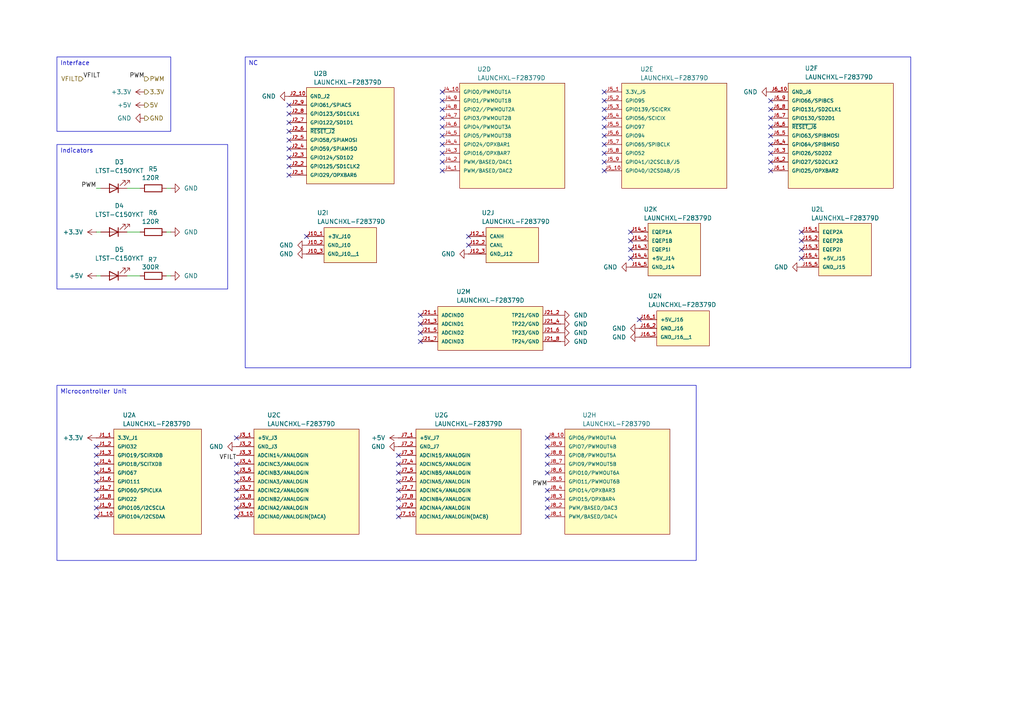
<source format=kicad_sch>
(kicad_sch (version 20231120) (generator "eeschema") (generator_version "8.0")
  (paper "A4")
  (title_block (title "Nuclear Buck Converter") (date "2025-03-02") (rev "v1") (company "University of Windsor") (comment 1 "Sahana Jayatilaka") (comment 2 "Gavin Feher") (comment 3 "Collin O'Brien"))
  (lib_symbols
    (symbol "Device:LED" (pin_numbers hide) (pin_names (offset 1.016) hide)
      (property "Reference" "D" (at 0 2.54 0))
      (property "Value" "LED" (at 0 -2.54 0))
      (symbol "LED_0_1"
        (polyline (pts (xy -1.27 -1.27) (xy -1.27 1.27)) (stroke (width 0.254)))
        (polyline (pts (xy -1.27 0) (xy 1.27 0)))
        (polyline (pts (xy 1.27 -1.27) (xy 1.27 1.27) (xy -1.27 0) (xy 1.27 -1.27)) (stroke (width 0.254)))
        (polyline (pts (xy -3.048 -0.762) (xy -4.572 -2.286) (xy -3.81 -2.286) (xy -4.572 -2.286) (xy -4.572 -1.524)))
        (polyline (pts (xy -1.778 -0.762) (xy -3.302 -2.286) (xy -2.54 -2.286) (xy -3.302 -2.286) (xy -3.302 -1.524)))
      )
      (symbol "LED_1_1"
        (pin passive line (at -3.81 0 0) (length 2.54) (name "K") (number "1"))
        (pin passive line (at 3.81 0 180) (length 2.54) (name "A") (number "2"))
      )
    )
    (symbol "Device:R" (pin_numbers hide) (pin_names (offset 0))
      (property "Reference" "R" (at 2.032 0 90))
      (property "Value" "R" (at 0 0 90))
      (symbol "R_0_1"
        (rectangle (start -1.016 -2.54) (end 1.016 2.54) (stroke (width 0.254)))
      )
      (symbol "R_1_1"
        (pin passive line (at 0 3.81 270) (length 1.27) (name "~") (number "1"))
        (pin passive line (at 0 -3.81 90) (length 1.27) (name "~") (number "2"))
      )
    )
    (symbol "LAUNCHXL-F28379D:LAUNCHXL-F28379D" (pin_names (offset 1.016))
      (property "Reference" "U" (at -12.2428 15.9258 0))
      (property "Value" "LAUNCHXL-F28379D" (at -12.7 -17.272 0))
      (symbol "LAUNCHXL-F28379D_1_0"
        (rectangle (start -12.7 -15.24) (end 12.7 15.24) (stroke (width 0.1524)) (fill (type background)))
        (pin power_in line (at -17.78 12.7 0) (length 5.08) (name "3.3V_J1") (number "J1_1"))
        (pin bidirectional line (at -17.78 -10.16 0) (length 5.08) (name "GPIO104/I2CSDAA") (number "J1_10"))
        (pin bidirectional line (at -17.78 10.16 0) (length 5.08) (name "GPIO32") (number "J1_2"))
        (pin bidirectional line (at -17.78 7.62 0) (length 5.08) (name "GPIO19/SCIRXDB") (number "J1_3"))
        (pin bidirectional line (at -17.78 5.08 0) (length 5.08) (name "GPIO18/SCITXDB") (number "J1_4"))
        (pin bidirectional line (at -17.78 2.54 0) (length 5.08) (name "GPIO67") (number "J1_5"))
        (pin bidirectional line (at -17.78 0 0) (length 5.08) (name "GPIO111") (number "J1_6"))
        (pin bidirectional line (at -17.78 -2.54 0) (length 5.08) (name "GPIO60/SPICLKA") (number "J1_7"))
        (pin bidirectional line (at -17.78 -5.08 0) (length 5.08) (name "GPIO22") (number "J1_8"))
        (pin bidirectional line (at -17.78 -7.62 0) (length 5.08) (name "GPIO105/I2CSCLA") (number "J1_9"))
      )
      (symbol "LAUNCHXL-F28379D_2_0"
        (rectangle (start -12.7 -12.7) (end 12.7 15.24) (stroke (width 0.1524)) (fill (type background)))
        (pin bidirectional line (at -17.78 -10.16 0) (length 5.08) (name "GPIO29/OPXBAR6") (number "J2_1"))
        (pin power_in line (at -17.78 12.7 0) (length 5.08) (name "GND_J2") (number "J2_10"))
        (pin bidirectional line (at -17.78 -7.62 0) (length 5.08) (name "GPIO125/SD1CLK2") (number "J2_2"))
        (pin bidirectional line (at -17.78 -5.08 0) (length 5.08) (name "GPIO124/SD1D2") (number "J2_3"))
        (pin bidirectional line (at -17.78 -2.54 0) (length 5.08) (name "GPIO59/SPIAMISO") (number "J2_4"))
        (pin bidirectional line (at -17.78 0 0) (length 5.08) (name "GPIO58/SPIAMOSI") (number "J2_5"))
        (pin bidirectional line (at -17.78 2.54 0) (length 5.08) (name "~{RESET_J2}") (number "J2_6"))
        (pin bidirectional line (at -17.78 5.08 0) (length 5.08) (name "GPIO122/SD1D1") (number "J2_7"))
        (pin bidirectional line (at -17.78 7.62 0) (length 5.08) (name "GPIO123/SD1CLK1") (number "J2_8"))
        (pin bidirectional line (at -17.78 10.16 0) (length 5.08) (name "GPIO61/SPIACS") (number "J2_9"))
      )
      (symbol "LAUNCHXL-F28379D_3_0"
        (rectangle (start -15.24 -15.24) (end 15.24 15.24) (stroke (width 0.1524)) (fill (type background)))
        (pin power_in line (at -20.32 12.7 0) (length 5.08) (name "+5V_J3") (number "J3_1"))
        (pin bidirectional line (at -20.32 -10.16 0) (length 5.08) (name "ADCINA0/ANALOGIN(DACA)") (number "J3_10"))
        (pin power_in line (at -20.32 10.16 0) (length 5.08) (name "GND_J3") (number "J3_2"))
        (pin bidirectional line (at -20.32 7.62 0) (length 5.08) (name "ADCIN14/ANALOGIN") (number "J3_3"))
        (pin bidirectional line (at -20.32 5.08 0) (length 5.08) (name "ADCINC3/ANALOGIN") (number "J3_4"))
        (pin bidirectional line (at -20.32 2.54 0) (length 5.08) (name "ADCINB3/ANALOGIN") (number "J3_5"))
        (pin bidirectional line (at -20.32 0 0) (length 5.08) (name "ADCINA3/ANALOGIN") (number "J3_6"))
        (pin bidirectional line (at -20.32 -2.54 0) (length 5.08) (name "ADCINC2/ANALOGIN") (number "J3_7"))
        (pin bidirectional line (at -20.32 -5.08 0) (length 5.08) (name "ADCINB2/ANALOGIN") (number "J3_8"))
        (pin bidirectional line (at -20.32 -7.62 0) (length 5.08) (name "ADCINA2/ANALOGIN") (number "J3_9"))
      )
      (symbol "LAUNCHXL-F28379D_4_0"
        (rectangle (start -15.24 -15.24) (end 15.24 15.24) (stroke (width 0.1524)) (fill (type background)))
        (pin bidirectional line (at -20.32 -10.16 0) (length 5.08) (name "PWM/BASED/DAC2") (number "J4_1"))
        (pin bidirectional line (at -20.32 12.7 0) (length 5.08) (name "GPIO0/PWMOUT1A") (number "J4_10"))
        (pin bidirectional line (at -20.32 -7.62 0) (length 5.08) (name "PWM/BASED/DAC1") (number "J4_2"))
        (pin bidirectional line (at -20.32 -5.08 0) (length 5.08) (name "GPIO16/OPXBAR7") (number "J4_3"))
        (pin bidirectional line (at -20.32 -2.54 0) (length 5.08) (name "GPIO24/OPXBAR1") (number "J4_4"))
        (pin bidirectional line (at -20.32 0 0) (length 5.08) (name "GPIO5/PWMOUT3B") (number "J4_5"))
        (pin bidirectional line (at -20.32 2.54 0) (length 5.08) (name "GPIO4/PWMOUT3A") (number "J4_6"))
        (pin bidirectional line (at -20.32 5.08 0) (length 5.08) (name "GPIO3/PWMOUT2B") (number "J4_7"))
        (pin bidirectional line (at -20.32 7.62 0) (length 5.08) (name "GPIO2//PWMOUT2A") (number "J4_8"))
        (pin bidirectional line (at -20.32 10.16 0) (length 5.08) (name "GPIO1/PWMOUT1B") (number "J4_9"))
      )
      (symbol "LAUNCHXL-F28379D_5_0"
        (rectangle (start -15.24 -15.24) (end 15.24 15.24) (stroke (width 0.1524)) (fill (type background)))
        (pin power_in line (at -20.32 12.7 0) (length 5.08) (name "3.3V_J5") (number "J5_1"))
        (pin bidirectional line (at -20.32 -10.16 0) (length 5.08) (name "GPIO40/I2CSDAB/J5") (number "J5_10"))
        (pin bidirectional line (at -20.32 10.16 0) (length 5.08) (name "GPIO95") (number "J5_2"))
        (pin bidirectional line (at -20.32 7.62 0) (length 5.08) (name "GPIO139/SCICRX") (number "J5_3"))
        (pin bidirectional line (at -20.32 5.08 0) (length 5.08) (name "GPIO56/SCICIX") (number "J5_4"))
        (pin bidirectional line (at -20.32 2.54 0) (length 5.08) (name "GPIO97") (number "J5_5"))
        (pin bidirectional line (at -20.32 0 0) (length 5.08) (name "GPIO94") (number "J5_6"))
        (pin bidirectional line (at -20.32 -2.54 0) (length 5.08) (name "GPIO65/SPIBCLK") (number "J5_7"))
        (pin bidirectional line (at -20.32 -5.08 0) (length 5.08) (name "GPIO52") (number "J5_8"))
        (pin bidirectional line (at -20.32 -7.62 0) (length 5.08) (name "GPIO41/I2CSCLB/J5") (number "J5_9"))
      )
      (symbol "LAUNCHXL-F28379D_6_0"
        (rectangle (start -15.24 -15.24) (end 15.24 15.24) (stroke (width 0.1524)) (fill (type background)))
        (pin bidirectional line (at -20.32 -10.16 0) (length 5.08) (name "GPIO25/OPXBAR2") (number "J6_1"))
        (pin power_in line (at -20.32 12.7 0) (length 5.08) (name "GND_J6") (number "J6_10"))
        (pin bidirectional line (at -20.32 -7.62 0) (length 5.08) (name "GPIO27/SD2CLK2") (number "J6_2"))
        (pin bidirectional line (at -20.32 -5.08 0) (length 5.08) (name "GPIO26/SD2D2") (number "J6_3"))
        (pin bidirectional line (at -20.32 -2.54 0) (length 5.08) (name "GPIO64/SPIBMISO") (number "J6_4"))
        (pin bidirectional line (at -20.32 0 0) (length 5.08) (name "GPIO63/SPIBMOSI") (number "J6_5"))
        (pin bidirectional line (at -20.32 2.54 0) (length 5.08) (name "~{RESET_J6}") (number "J6_6"))
        (pin bidirectional line (at -20.32 5.08 0) (length 5.08) (name "GPIO130/SD2D1") (number "J6_7"))
        (pin bidirectional line (at -20.32 7.62 0) (length 5.08) (name "GPIO131/SD2CLK1") (number "J6_8"))
        (pin bidirectional line (at -20.32 10.16 0) (length 5.08) (name "GPIO66/SPIBCS") (number "J6_9"))
      )
      (symbol "LAUNCHXL-F28379D_7_0"
        (rectangle (start -15.24 -15.24) (end 15.24 15.24) (stroke (width 0.1524)) (fill (type background)))
        (pin power_in line (at -20.32 12.7 0) (length 5.08) (name "+5V_J7") (number "J7_1"))
        (pin bidirectional line (at -20.32 -10.16 0) (length 5.08) (name "ADCINA1/ANALOGIN(DACB)") (number "J7_10"))
        (pin power_in line (at -20.32 10.16 0) (length 5.08) (name "GND_J7") (number "J7_2"))
        (pin bidirectional line (at -20.32 7.62 0) (length 5.08) (name "ADCIN15/ANALOGIN") (number "J7_3"))
        (pin bidirectional line (at -20.32 5.08 0) (length 5.08) (name "ADCINC5/ANALOGIN") (number "J7_4"))
        (pin bidirectional line (at -20.32 2.54 0) (length 5.08) (name "ADCINB5/ANALOGIN") (number "J7_5"))
        (pin bidirectional line (at -20.32 0 0) (length 5.08) (name "ADCINA5/ANALOGIN") (number "J7_6"))
        (pin bidirectional line (at -20.32 -2.54 0) (length 5.08) (name "ADCINC4/ANALOGIN") (number "J7_7"))
        (pin bidirectional line (at -20.32 -5.08 0) (length 5.08) (name "ADCINB4/ANALOGIN") (number "J7_8"))
        (pin bidirectional line (at -20.32 -7.62 0) (length 5.08) (name "ADCINA4/ANALOGIN") (number "J7_9"))
      )
      (symbol "LAUNCHXL-F28379D_8_0"
        (rectangle (start -15.24 -15.24) (end 15.24 15.24) (stroke (width 0.1524)) (fill (type background)))
        (pin bidirectional line (at -20.32 -10.16 0) (length 5.08) (name "PWM/BASED/DAC4") (number "J8_1"))
        (pin bidirectional line (at -20.32 12.7 0) (length 5.08) (name "GPIO6/PWMOUT4A") (number "J8_10"))
        (pin bidirectional line (at -20.32 -7.62 0) (length 5.08) (name "PWM/BASED/DAC3") (number "J8_2"))
        (pin bidirectional line (at -20.32 -5.08 0) (length 5.08) (name "GPIO15/OPXBAR4") (number "J8_3"))
        (pin bidirectional line (at -20.32 -2.54 0) (length 5.08) (name "GPIO14/OPXBAR3") (number "J8_4"))
        (pin bidirectional line (at -20.32 0 0) (length 5.08) (name "GPIO11/PWMOUT6B") (number "J8_5"))
        (pin bidirectional line (at -20.32 2.54 0) (length 5.08) (name "GPIO10/PWMOUT6A") (number "J8_6"))
        (pin bidirectional line (at -20.32 5.08 0) (length 5.08) (name "GPIO9/PWMOUT5B") (number "J8_7"))
        (pin bidirectional line (at -20.32 7.62 0) (length 5.08) (name "GPIO8/PWMOUT5A") (number "J8_8"))
        (pin bidirectional line (at -20.32 10.16 0) (length 5.08) (name "GPIO7/PWMOUT4B") (number "J8_9"))
      )
      (symbol "LAUNCHXL-F28379D_9_0"
        (rectangle (start -7.62 -7.62) (end 7.62 2.54) (stroke (width 0.1524)) (fill (type background)))
        (pin power_in line (at -12.7 0 0) (length 5.08) (name "+3V_J10") (number "J10_1"))
        (pin power_in line (at -12.7 -2.54 0) (length 5.08) (name "GND_J10") (number "J10_2"))
        (pin power_in line (at -12.7 -5.08 0) (length 5.08) (name "GND_J10__1") (number "J10_3"))
      )
      (symbol "LAUNCHXL-F28379D_10_0"
        (rectangle (start -7.62 -5.08) (end 7.62 5.08) (stroke (width 0.1524)) (fill (type background)))
        (pin bidirectional line (at -12.7 2.54 0) (length 5.08) (name "CANH") (number "J12_1"))
        (pin bidirectional line (at -12.7 0 0) (length 5.08) (name "CANL") (number "J12_2"))
        (pin power_in line (at -12.7 -2.54 0) (length 5.08) (name "GND_J12") (number "J12_3"))
      )
      (symbol "LAUNCHXL-F28379D_11_0"
        (rectangle (start -7.62 -7.62) (end 7.62 7.62) (stroke (width 0.1524)) (fill (type background)))
        (pin bidirectional line (at -12.7 5.08 0) (length 5.08) (name "EQEP1A") (number "J14_1"))
        (pin bidirectional line (at -12.7 2.54 0) (length 5.08) (name "EQEP1B") (number "J14_2"))
        (pin bidirectional line (at -12.7 0 0) (length 5.08) (name "EQEP1I") (number "J14_3"))
        (pin power_in line (at -12.7 -2.54 0) (length 5.08) (name "+5V_J14") (number "J14_4"))
        (pin power_in line (at -12.7 -5.08 0) (length 5.08) (name "GND_J14") (number "J14_5"))
      )
      (symbol "LAUNCHXL-F28379D_12_0"
        (rectangle (start -7.62 -7.62) (end 7.62 7.62) (stroke (width 0.1524)) (fill (type background)))
        (pin bidirectional line (at -12.7 5.08 0) (length 5.08) (name "EQEP2A") (number "J15_1"))
        (pin bidirectional line (at -12.7 2.54 0) (length 5.08) (name "EQEP2B") (number "J15_2"))
        (pin bidirectional line (at -12.7 0 0) (length 5.08) (name "EQEP2I") (number "J15_3"))
        (pin power_in line (at -12.7 -2.54 0) (length 5.08) (name "+5V_J15") (number "J15_4"))
        (pin power_in line (at -12.7 -5.08 0) (length 5.08) (name "GND_J15") (number "J15_5"))
      )
      (symbol "LAUNCHXL-F28379D_13_0"
        (rectangle (start -15.24 -7.62) (end 15.24 5.08) (stroke (width 0.1524)) (fill (type background)))
        (pin input line (at -20.32 2.54 0) (length 5.08) (name "ADCIND0") (number "J21_1"))
        (pin power_in line (at 20.32 2.54 180) (length 5.08) (name "TP21/GND") (number "J21_2"))
        (pin input line (at -20.32 0 0) (length 5.08) (name "ADCIND1") (number "J21_3"))
        (pin power_in line (at 20.32 0 180) (length 5.08) (name "TP22/GND") (number "J21_4"))
        (pin input line (at -20.32 -2.54 0) (length 5.08) (name "ADCIND2") (number "J21_5"))
        (pin power_in line (at 20.32 -2.54 180) (length 5.08) (name "TP23/GND") (number "J21_6"))
        (pin input line (at -20.32 -5.08 0) (length 5.08) (name "ADCIND3") (number "J21_7"))
        (pin power_in line (at 20.32 -5.08 180) (length 5.08) (name "TP24/GND") (number "J21_8"))
      )
      (symbol "LAUNCHXL-F28379D_14_0"
        (rectangle (start -7.62 -5.08) (end 7.62 5.08) (stroke (width 0.1524)) (fill (type background)))
        (pin power_in line (at -12.7 2.54 0) (length 5.08) (name "+5V_J16") (number "J16_1"))
        (pin power_in line (at -12.7 0 0) (length 5.08) (name "GND_J16") (number "J16_2"))
        (pin power_in line (at -12.7 -2.54 0) (length 5.08) (name "GND_J16__1") (number "J16_3"))
      )
    )
    (symbol "power:+3.3V" (power) (pin_numbers hide) (pin_names (offset 0) hide)
      (property "Value" "+3.3V" (at 0 3.556 0))
      (symbol "+3.3V_0_1"
        (polyline (pts (xy -0.762 1.27) (xy 0 2.54)))
        (polyline (pts (xy 0 0) (xy 0 2.54)))
        (polyline (pts (xy 0 2.54) (xy 0.762 1.27)))
      )
      (symbol "+3.3V_1_1"
        (pin power_in line (at 0 0 90) (length 0) (name "~") (number "1"))
      )
    )
    (symbol "power:+5V" (power) (pin_numbers hide) (pin_names (offset 0) hide)
      (property "Value" "+5V" (at 0 3.556 0))
      (symbol "+5V_0_1"
        (polyline (pts (xy -0.762 1.27) (xy 0 2.54)))
        (polyline (pts (xy 0 0) (xy 0 2.54)))
        (polyline (pts (xy 0 2.54) (xy 0.762 1.27)))
      )
      (symbol "+5V_1_1"
        (pin power_in line (at 0 0 90) (length 0) (name "~") (number "1"))
      )
    )
    (symbol "power:GND" (power) (pin_numbers hide) (pin_names (offset 0) hide)
      (property "Value" "GND" (at 0 -3.81 0))
      (symbol "GND_0_1"
        (polyline (pts (xy 0 0) (xy 0 -1.27) (xy 1.27 -1.27) (xy 0 -2.54) (xy -1.27 -1.27) (xy 0 -1.27)))
      )
      (symbol "GND_1_1"
        (pin power_in line (at 0 0 270) (length 0) (name "~") (number "1"))
      )
    )
  )
  (no_connect (at 115.57 147.32))
  (no_connect (at 115.57 142.24))
  (no_connect (at 128.27 41.91))
  (no_connect (at 128.27 49.53))
  (no_connect (at 83.82 35.56))
  (no_connect (at 182.88 74.93))
  (no_connect (at 182.88 72.39))
  (no_connect (at 68.58 134.62))
  (no_connect (at 83.82 48.26))
  (no_connect (at 158.75 127))
  (no_connect (at 128.27 46.99))
  (no_connect (at 182.88 67.31))
  (no_connect (at 182.88 69.85))
  (no_connect (at 232.41 67.31))
  (no_connect (at 27.94 129.54))
  (no_connect (at 175.26 29.21))
  (no_connect (at 83.82 43.18))
  (no_connect (at 175.26 34.29))
  (no_connect (at 68.58 127))
  (no_connect (at 83.82 40.64))
  (no_connect (at 128.27 34.29))
  (no_connect (at 68.58 149.86))
  (no_connect (at 223.52 49.53))
  (no_connect (at 175.26 26.67))
  (no_connect (at 128.27 31.75))
  (no_connect (at 68.58 147.32))
  (no_connect (at 158.75 137.16))
  (no_connect (at 115.57 139.7))
  (no_connect (at 128.27 26.67))
  (no_connect (at 158.75 149.86))
  (no_connect (at 135.89 71.12))
  (no_connect (at 115.57 144.78))
  (no_connect (at 185.42 92.71))
  (no_connect (at 223.52 39.37))
  (no_connect (at 158.75 129.54))
  (no_connect (at 27.94 132.08))
  (no_connect (at 115.57 137.16))
  (no_connect (at 27.94 142.24))
  (no_connect (at 83.82 30.48))
  (no_connect (at 115.57 134.62))
  (no_connect (at 121.92 96.52))
  (no_connect (at 175.26 44.45))
  (no_connect (at 83.82 50.8))
  (no_connect (at 27.94 144.78))
  (no_connect (at 175.26 41.91))
  (no_connect (at 158.75 144.78))
  (no_connect (at 223.52 44.45))
  (no_connect (at 121.92 99.06))
  (no_connect (at 68.58 144.78))
  (no_connect (at 88.9 68.58))
  (no_connect (at 223.52 29.21))
  (no_connect (at 27.94 137.16))
  (no_connect (at 158.75 147.32))
  (no_connect (at 83.82 33.02))
  (no_connect (at 175.26 39.37))
  (no_connect (at 158.75 134.62))
  (no_connect (at 223.52 34.29))
  (no_connect (at 232.41 72.39))
  (no_connect (at 175.26 31.75))
  (no_connect (at 83.82 38.1))
  (no_connect (at 128.27 39.37))
  (no_connect (at 175.26 36.83))
  (no_connect (at 68.58 137.16))
  (no_connect (at 68.58 139.7))
  (no_connect (at 83.82 45.72))
  (no_connect (at 121.92 93.98))
  (no_connect (at 115.57 149.86))
  (no_connect (at 121.92 91.44))
  (no_connect (at 232.41 69.85))
  (no_connect (at 27.94 147.32))
  (no_connect (at 135.89 68.58))
  (no_connect (at 128.27 29.21))
  (no_connect (at 223.52 41.91))
  (no_connect (at 223.52 46.99))
  (no_connect (at 158.75 132.08))
  (no_connect (at 115.57 132.08))
  (no_connect (at 175.26 46.99))
  (no_connect (at 158.75 142.24))
  (no_connect (at 223.52 31.75))
  (no_connect (at 27.94 139.7))
  (no_connect (at 27.94 134.62))
  (no_connect (at 232.41 74.93))
  (no_connect (at 223.52 36.83))
  (no_connect (at 175.26 49.53))
  (no_connect (at 27.94 149.86))
  (no_connect (at 128.27 44.45))
  (no_connect (at 128.27 36.83))
  (no_connect (at 68.58 142.24))
  (wire (pts (xy 48.26 67.31) (xy 49.53 67.31)))
  (wire (pts (xy 49.53 80.01) (xy 48.26 80.01)))
  (wire (pts (xy 49.53 54.61) (xy 48.26 54.61)))
  (wire (pts (xy 36.83 67.31) (xy 40.64 67.31)))
  (wire (pts (xy 27.94 67.31) (xy 29.21 67.31)))
  (wire (pts (xy 36.83 54.61) (xy 40.64 54.61)))
  (wire (pts (xy 36.83 80.01) (xy 40.64 80.01)))
  (wire (pts (xy 27.94 54.61) (xy 29.21 54.61)))
  (wire (pts (xy 27.94 80.01) (xy 29.21 80.01)))
  (text_box "Indicators" (at 16.51 41.91 0) (size 49.53 41.91) (effects (font (size 1.27 1.27)) (justify left top)))
  (text_box "NC" (at 71.12 16.51 0) (size 193.04 90.17) (effects (font (size 1.27 1.27)) (justify left top)))
  (text_box "Interface\n" (at 16.51 16.51 0) (size 33.02 21.59) (effects (font (size 1.27 1.27)) (justify left top)))
  (text_box "Microcontroller Unit" (at 16.51 111.76 0) (size 185.42 50.8) (effects (font (size 1.27 1.27)) (justify left top)))
  (label "PWM" (at 41.91 22.86 180))
  (label "PWM" (at 158.75 139.7 180))
  (label "PWM" (at 27.94 54.61 180))
  (label "VFILT" (at 24.13 22.86 0))
  (label "VFILT" (at 68.58 132.08 180))
  (hierarchical_label "PWM" (shape output) (at 41.91 22.86 0))
  (hierarchical_label "GND" (shape output) (at 41.91 34.29 0))
  (hierarchical_label "3.3V" (shape output) (at 41.91 26.67 0))
  (hierarchical_label "VFILT" (shape input) (at 24.13 22.86 180))
  (hierarchical_label "5V" (shape output) (at 41.91 30.48 0))
  (symbol (lib_id "power:+5V") (at 115.57 127 90) (unit 1)
    (property "Reference" "#PWR022" (effects (hide yes)))
    (property "Value" "+5V" (at 111.76 126.9999 90) (effects (justify left)))
    (property "Description" "Power symbol creates a global label with name \"+5V\"" (effects (hide yes)))
  )
  (symbol (lib_id "power:GND") (at 49.53 67.31 90) (unit 1)
    (property "Reference" "#PWR046" (effects (hide yes)))
    (property "Value" "GND" (at 53.34 67.3099 90) (effects (justify right)))
    (property "Description" "Power symbol creates a global label with name \"GND\" , ground" (effects (hide yes)))
  )
  (symbol (lib_id "power:GND") (at 49.53 80.01 90) (unit 1)
    (property "Reference" "#PWR045" (effects (hide yes)))
    (property "Value" "GND" (at 53.34 80.0099 90) (effects (justify right)))
    (property "Description" "Power symbol creates a global label with name \"GND\" , ground" (effects (hide yes)))
  )
  (symbol (lib_id "Device:LED") (at 33.02 80.01 180) (unit 1)
    (property "Reference" "D5" (at 34.6075 72.39 0))
    (property "Value" "LTST-C150YKT" (at 34.6075 74.93 0))
    (property "Footprint" "LED_SMD:LED_1206_3216Metric_Pad1.42x1.75mm_HandSolder" (effects (hide yes)))
    (property "Datasheet" "https://mm.digikey.com/Volume0/opasdata/d220001/medias/docus/1000/LTST-C150YKT.pdf" (effects (hide yes)))
    (property "Description" "Yellow LED" (effects (hide yes)))
    (property "Part Number" "LTST-C150YKT" (effects (hide yes)))
  )
  (symbol (lib_id "Device:LED") (at 33.02 54.61 180) (unit 1)
    (property "Reference" "D3" (at 34.6075 46.99 0))
    (property "Value" "LTST-C150YKT" (at 34.6075 49.53 0))
    (property "Footprint" "LED_SMD:LED_1206_3216Metric_Pad1.42x1.75mm_HandSolder" (effects (hide yes)))
    (property "Datasheet" "https://mm.digikey.com/Volume0/opasdata/d220001/medias/docus/1000/LTST-C150YKT.pdf" (effects (hide yes)))
    (property "Description" "Yellow LED" (effects (hide yes)))
    (property "Part Number" "LTST-C150YKT" (effects (hide yes)))
  )
  (symbol (lib_id "Device:R") (at 44.45 80.01 90) (unit 1)
    (property "Reference" "R7" (at 45.593 75.3109 90) (effects (justify left)))
    (property "Value" "300R" (at 46.228 77.47 90) (effects (justify left)))
    (property "Footprint" "Resistor_SMD:R_0805_2012Metric_Pad1.20x1.40mm_HandSolder" (effects (hide yes)))
    (property "Datasheet" "https://www.seielect.com/catalog/sei-rmcf_rmcp.pdf" (effects (hide yes)))
    (property "Description" "Resistor" (effects (hide yes)))
    (property "Part Number" "RMCF0805JT300R" (effects (hide yes)))
  )
  (symbol (lib_id "LAUNCHXL-F28379D:LAUNCHXL-F28379D") (at 101.6 40.64 0) (unit 2)
    (property "Reference" "U2" (at 90.932 21.336 0) (effects (justify left)))
    (property "Value" "LAUNCHXL-F28379D" (at 90.932 23.876 0) (effects (justify left)))
    (property "Footprint" "LAUNCHXL-F28379D:MOD_LAUNCHXL-F28379D" (effects (hide yes)))
    (property "Datasheet" "https://www.ti.com/lit/ug/sprui77c/sprui77c.pdf?ts=1740044994305&ref_url=https%253A%252F%252Fwww.ti.com%252Ftool%252FLAUNCHXL-F28379D" (effects (hide yes)))
    (property "Description" "MCU Board" (effects (hide yes)))
    (property "PARTREV" "2.0" (effects (hide yes)))
    (property "STANDARD" "Manufacturer Recommendations" (effects (hide yes)))
    (property "MANUFACTURER" "Texas Instruments" (effects (hide yes)))
    (property "Part Number" "LAUNCHXL-F28379D" (effects (hide yes)))
  )
  (symbol (lib_id "power:GND") (at 115.57 129.54 270) (unit 1)
    (property "Reference" "#PWR035" (effects (hide yes)))
    (property "Value" "GND" (at 111.76 129.5399 90) (effects (justify right)))
    (property "Description" "Power symbol creates a global label with name \"GND\" , ground" (effects (hide yes)))
  )
  (symbol (lib_id "LAUNCHXL-F28379D:LAUNCHXL-F28379D") (at 142.24 93.98 0) (unit 13)
    (property "Reference" "U2" (at 132.334 84.582 0) (effects (justify left)))
    (property "Value" "LAUNCHXL-F28379D" (at 132.334 87.122 0) (effects (justify left)))
    (property "Footprint" "LAUNCHXL-F28379D:MOD_LAUNCHXL-F28379D" (effects (hide yes)))
    (property "Datasheet" "https://www.ti.com/lit/ug/sprui77c/sprui77c.pdf?ts=1740044994305&ref_url=https%253A%252F%252Fwww.ti.com%252Ftool%252FLAUNCHXL-F28379D" (effects (hide yes)))
    (property "Description" "MCU Board" (effects (hide yes)))
    (property "PARTREV" "2.0" (effects (hide yes)))
    (property "STANDARD" "Manufacturer Recommendations" (effects (hide yes)))
    (property "MANUFACTURER" "Texas Instruments" (effects (hide yes)))
    (property "Part Number" "LAUNCHXL-F28379D" (effects (hide yes)))
  )
  (symbol (lib_id "power:+3.3V") (at 27.94 67.31 90) (unit 1)
    (property "Reference" "#PWR049" (effects (hide yes)))
    (property "Value" "+3.3V" (at 24.13 67.3099 90) (effects (justify left)))
    (property "Description" "Power symbol creates a global label with name \"+3.3V\"" (effects (hide yes)))
  )
  (symbol (lib_id "power:GND") (at 135.89 73.66 270) (unit 1)
    (property "Reference" "#PWR032" (effects (hide yes)))
    (property "Value" "GND" (at 132.08 73.6599 90) (effects (justify right)))
    (property "Description" "Power symbol creates a global label with name \"GND\" , ground" (effects (hide yes)))
  )
  (symbol (lib_id "power:GND") (at 88.9 73.66 270) (unit 1)
    (property "Reference" "#PWR030" (effects (hide yes)))
    (property "Value" "GND" (at 85.09 73.6599 90) (effects (justify right)))
    (property "Description" "Power symbol creates a global label with name \"GND\" , ground" (effects (hide yes)))
  )
  (symbol (lib_id "Device:R") (at 44.45 67.31 90) (unit 1)
    (property "Reference" "R6" (at 45.72 61.722 90) (effects (justify left)))
    (property "Value" "120R" (at 46.228 64.262 90) (effects (justify left)))
    (property "Footprint" "Resistor_SMD:R_0805_2012Metric_Pad1.20x1.40mm_HandSolder" (effects (hide yes)))
    (property "Datasheet" "https://www.seielect.com/catalog/sei-rmcf_rmcp.pdf" (effects (hide yes)))
    (property "Description" "Resistor" (effects (hide yes)))
    (property "Part Number" "RMCF0805FT120R" (effects (hide yes)))
  )
  (symbol (lib_id "LAUNCHXL-F28379D:LAUNCHXL-F28379D") (at 101.6 68.58 0) (unit 9)
    (property "Reference" "U2" (at 91.948 61.722 0) (effects (justify left)))
    (property "Value" "LAUNCHXL-F28379D" (at 91.948 64.262 0) (effects (justify left)))
    (property "Footprint" "LAUNCHXL-F28379D:MOD_LAUNCHXL-F28379D" (effects (hide yes)))
    (property "Datasheet" "https://www.ti.com/lit/ug/sprui77c/sprui77c.pdf?ts=1740044994305&ref_url=https%253A%252F%252Fwww.ti.com%252Ftool%252FLAUNCHXL-F28379D" (effects (hide yes)))
    (property "Description" "MCU Board" (effects (hide yes)))
    (property "PARTREV" "2.0" (effects (hide yes)))
    (property "STANDARD" "Manufacturer Recommendations" (effects (hide yes)))
    (property "MANUFACTURER" "Texas Instruments" (effects (hide yes)))
    (property "Part Number" "LAUNCHXL-F28379D" (effects (hide yes)))
  )
  (symbol (lib_id "LAUNCHXL-F28379D:LAUNCHXL-F28379D") (at 198.12 95.25 0) (unit 14)
    (property "Reference" "U2" (at 187.96 85.852 0) (effects (justify left)))
    (property "Value" "LAUNCHXL-F28379D" (at 187.96 88.392 0) (effects (justify left)))
    (property "Footprint" "LAUNCHXL-F28379D:MOD_LAUNCHXL-F28379D" (effects (hide yes)))
    (property "Datasheet" "https://www.ti.com/lit/ug/sprui77c/sprui77c.pdf?ts=1740044994305&ref_url=https%253A%252F%252Fwww.ti.com%252Ftool%252FLAUNCHXL-F28379D" (effects (hide yes)))
    (property "Description" "MCU Board" (effects (hide yes)))
    (property "PARTREV" "2.0" (effects (hide yes)))
    (property "STANDARD" "Manufacturer Recommendations" (effects (hide yes)))
    (property "MANUFACTURER" "Texas Instruments" (effects (hide yes)))
    (property "Part Number" "LAUNCHXL-F28379D" (effects (hide yes)))
  )
  (symbol (lib_id "power:GND") (at 185.42 95.25 270) (unit 1)
    (property "Reference" "#PWR029" (effects (hide yes)))
    (property "Value" "GND" (at 181.61 95.2499 90) (effects (justify right)))
    (property "Description" "Power symbol creates a global label with name \"GND\" , ground" (effects (hide yes)))
  )
  (symbol (lib_id "LAUNCHXL-F28379D:LAUNCHXL-F28379D") (at 195.58 39.37 0) (unit 5)
    (property "Reference" "U2" (at 185.674 20.066 0) (effects (justify left)))
    (property "Value" "LAUNCHXL-F28379D" (at 185.674 22.606 0) (effects (justify left)))
    (property "Footprint" "LAUNCHXL-F28379D:MOD_LAUNCHXL-F28379D" (effects (hide yes)))
    (property "Datasheet" "https://www.ti.com/lit/ug/sprui77c/sprui77c.pdf?ts=1740044994305&ref_url=https%253A%252F%252Fwww.ti.com%252Ftool%252FLAUNCHXL-F28379D" (effects (hide yes)))
    (property "Description" "MCU Board" (effects (hide yes)))
    (property "PARTREV" "2.0" (effects (hide yes)))
    (property "STANDARD" "Manufacturer Recommendations" (effects (hide yes)))
    (property "MANUFACTURER" "Texas Instruments" (effects (hide yes)))
    (property "Part Number" "LAUNCHXL-F28379D" (effects (hide yes)))
  )
  (symbol (lib_id "power:+3.3V") (at 41.91 26.67 90) (unit 1)
    (property "Reference" "#PWR019" (effects (hide yes)))
    (property "Value" "+3.3V" (at 38.1 26.6701 90) (effects (justify left)))
    (property "Description" "Power symbol creates a global label with name \"+3.3V\"" (effects (hide yes)))
  )
  (symbol (lib_id "power:+5V") (at 27.94 80.01 90) (unit 1)
    (property "Reference" "#PWR048" (effects (hide yes)))
    (property "Value" "+5V" (at 24.13 80.0099 90) (effects (justify left)))
    (property "Description" "Power symbol creates a global label with name \"+5V\"" (effects (hide yes)))
  )
  (symbol (lib_id "LAUNCHXL-F28379D:LAUNCHXL-F28379D") (at 148.59 71.12 0) (unit 10)
    (property "Reference" "U2" (at 139.7 61.722 0) (effects (justify left)))
    (property "Value" "LAUNCHXL-F28379D" (at 139.7 64.262 0) (effects (justify left)))
    (property "Footprint" "LAUNCHXL-F28379D:MOD_LAUNCHXL-F28379D" (effects (hide yes)))
    (property "Datasheet" "https://www.ti.com/lit/ug/sprui77c/sprui77c.pdf?ts=1740044994305&ref_url=https%253A%252F%252Fwww.ti.com%252Ftool%252FLAUNCHXL-F28379D" (effects (hide yes)))
    (property "Description" "MCU Board" (effects (hide yes)))
    (property "PARTREV" "2.0" (effects (hide yes)))
    (property "STANDARD" "Manufacturer Recommendations" (effects (hide yes)))
    (property "MANUFACTURER" "Texas Instruments" (effects (hide yes)))
    (property "Part Number" "LAUNCHXL-F28379D" (effects (hide yes)))
  )
  (symbol (lib_id "power:GND") (at 182.88 77.47 270) (unit 1)
    (property "Reference" "#PWR033" (effects (hide yes)))
    (property "Value" "GND" (at 179.07 77.4699 90) (effects (justify right)))
    (property "Description" "Power symbol creates a global label with name \"GND\" , ground" (effects (hide yes)))
  )
  (symbol (lib_id "power:GND") (at 162.56 91.44 90) (unit 1)
    (property "Reference" "#PWR024" (effects (hide yes)))
    (property "Value" "GND" (at 166.37 91.4399 90) (effects (justify right)))
    (property "Description" "Power symbol creates a global label with name \"GND\" , ground" (effects (hide yes)))
  )
  (symbol (lib_id "power:GND") (at 88.9 71.12 270) (unit 1)
    (property "Reference" "#PWR031" (effects (hide yes)))
    (property "Value" "GND" (at 85.09 71.1199 90) (effects (justify right)))
    (property "Description" "Power symbol creates a global label with name \"GND\" , ground" (effects (hide yes)))
  )
  (symbol (lib_id "power:GND") (at 41.91 34.29 270) (unit 1)
    (property "Reference" "#PWR020" (effects (hide yes)))
    (property "Value" "GND" (at 38.1 34.2901 90) (effects (justify right)))
    (property "Description" "Power symbol creates a global label with name \"GND\" , ground" (effects (hide yes)))
  )
  (symbol (lib_id "power:GND") (at 49.53 54.61 90) (unit 1)
    (property "Reference" "#PWR047" (effects (hide yes)))
    (property "Value" "GND" (at 53.34 54.6099 90) (effects (justify right)))
    (property "Description" "Power symbol creates a global label with name \"GND\" , ground" (effects (hide yes)))
  )
  (symbol (lib_id "LAUNCHXL-F28379D:LAUNCHXL-F28379D") (at 45.72 139.7 0) (unit 1)
    (property "Reference" "U2" (at 35.56 120.396 0) (effects (justify left)))
    (property "Value" "LAUNCHXL-F28379D" (at 35.56 122.936 0) (effects (justify left)))
    (property "Footprint" "LAUNCHXL-F28379D:MOD_LAUNCHXL-F28379D" (effects (hide yes)))
    (property "Datasheet" "https://www.ti.com/lit/ug/sprui77c/sprui77c.pdf?ts=1740044994305&ref_url=https%253A%252F%252Fwww.ti.com%252Ftool%252FLAUNCHXL-F28379D" (effects (hide yes)))
    (property "Description" "MCU Board" (effects (hide yes)))
    (property "PARTREV" "2.0" (effects (hide yes)))
    (property "STANDARD" "Manufacturer Recommendations" (effects (hide yes)))
    (property "MANUFACTURER" "Texas Instruments" (effects (hide yes)))
    (property "Part Number" "LAUNCHXL-F28379D" (effects (hide yes)))
  )
  (symbol (lib_id "power:GND") (at 223.52 26.67 270) (unit 1)
    (property "Reference" "#PWR036" (effects (hide yes)))
    (property "Value" "GND" (at 219.71 26.6699 90) (effects (justify right)))
    (property "Description" "Power symbol creates a global label with name \"GND\" , ground" (effects (hide yes)))
  )
  (symbol (lib_id "power:GND") (at 68.58 129.54 270) (unit 1)
    (property "Reference" "#PWR023" (effects (hide yes)))
    (property "Value" "GND" (at 64.77 129.5399 90) (effects (justify right)))
    (property "Description" "Power symbol creates a global label with name \"GND\" , ground" (effects (hide yes)))
  )
  (symbol (lib_id "power:+3.3V") (at 27.94 127 90) (unit 1)
    (property "Reference" "#PWR021" (effects (hide yes)))
    (property "Value" "+3.3V" (at 24.13 126.9999 90) (effects (justify left)))
    (property "Description" "Power symbol creates a global label with name \"+3.3V\"" (effects (hide yes)))
  )
  (symbol (lib_id "power:GND") (at 232.41 77.47 270) (unit 1)
    (property "Reference" "#PWR034" (effects (hide yes)))
    (property "Value" "GND" (at 228.6 77.4699 90) (effects (justify right)))
    (property "Description" "Power symbol creates a global label with name \"GND\" , ground" (effects (hide yes)))
  )
  (symbol (lib_id "LAUNCHXL-F28379D:LAUNCHXL-F28379D") (at 88.9 139.7 0) (unit 3)
    (property "Reference" "U2" (at 77.47 120.396 0) (effects (justify left)))
    (property "Value" "LAUNCHXL-F28379D" (at 77.47 122.936 0) (effects (justify left)))
    (property "Footprint" "LAUNCHXL-F28379D:MOD_LAUNCHXL-F28379D" (effects (hide yes)))
    (property "Datasheet" "https://www.ti.com/lit/ug/sprui77c/sprui77c.pdf?ts=1740044994305&ref_url=https%253A%252F%252Fwww.ti.com%252Ftool%252FLAUNCHXL-F28379D" (effects (hide yes)))
    (property "Description" "MCU Board" (effects (hide yes)))
    (property "PARTREV" "2.0" (effects (hide yes)))
    (property "STANDARD" "Manufacturer Recommendations" (effects (hide yes)))
    (property "MANUFACTURER" "Texas Instruments" (effects (hide yes)))
    (property "Part Number" "LAUNCHXL-F28379D" (effects (hide yes)))
  )
  (symbol (lib_id "LAUNCHXL-F28379D:LAUNCHXL-F28379D") (at 135.89 139.7 0) (unit 7)
    (property "Reference" "U2" (at 125.984 120.396 0) (effects (justify left)))
    (property "Value" "LAUNCHXL-F28379D" (at 125.984 122.936 0) (effects (justify left)))
    (property "Footprint" "LAUNCHXL-F28379D:MOD_LAUNCHXL-F28379D" (effects (hide yes)))
    (property "Datasheet" "https://www.ti.com/lit/ug/sprui77c/sprui77c.pdf?ts=1740044994305&ref_url=https%253A%252F%252Fwww.ti.com%252Ftool%252FLAUNCHXL-F28379D" (effects (hide yes)))
    (property "Description" "MCU Board" (effects (hide yes)))
    (property "PARTREV" "2.0" (effects (hide yes)))
    (property "STANDARD" "Manufacturer Recommendations" (effects (hide yes)))
    (property "MANUFACTURER" "Texas Instruments" (effects (hide yes)))
    (property "Part Number" "LAUNCHXL-F28379D" (effects (hide yes)))
  )
  (symbol (lib_id "LAUNCHXL-F28379D:LAUNCHXL-F28379D") (at 179.07 139.7 0) (unit 8)
    (property "Reference" "U2" (at 168.91 120.396 0) (effects (justify left)))
    (property "Value" "LAUNCHXL-F28379D" (at 168.91 122.936 0) (effects (justify left)))
    (property "Footprint" "LAUNCHXL-F28379D:MOD_LAUNCHXL-F28379D" (effects (hide yes)))
    (property "Datasheet" "https://www.ti.com/lit/ug/sprui77c/sprui77c.pdf?ts=1740044994305&ref_url=https%253A%252F%252Fwww.ti.com%252Ftool%252FLAUNCHXL-F28379D" (effects (hide yes)))
    (property "Description" "MCU Board" (effects (hide yes)))
    (property "PARTREV" "2.0" (effects (hide yes)))
    (property "STANDARD" "Manufacturer Recommendations" (effects (hide yes)))
    (property "MANUFACTURER" "Texas Instruments" (effects (hide yes)))
    (property "Part Number" "LAUNCHXL-F28379D" (effects (hide yes)))
  )
  (symbol (lib_id "power:GND") (at 162.56 96.52 90) (unit 1)
    (property "Reference" "#PWR026" (effects (hide yes)))
    (property "Value" "GND" (at 166.37 96.5199 90) (effects (justify right)))
    (property "Description" "Power symbol creates a global label with name \"GND\" , ground" (effects (hide yes)))
  )
  (symbol (lib_id "power:GND") (at 83.82 27.94 270) (unit 1)
    (property "Reference" "#PWR044" (effects (hide yes)))
    (property "Value" "GND" (at 80.01 27.9401 90) (effects (justify right)))
    (property "Description" "Power symbol creates a global label with name \"GND\" , ground" (effects (hide yes)))
  )
  (symbol (lib_id "Device:LED") (at 33.02 67.31 180) (unit 1)
    (property "Reference" "D4" (at 34.6075 59.69 0))
    (property "Value" "LTST-C150YKT" (at 34.6075 62.23 0))
    (property "Footprint" "LED_SMD:LED_1206_3216Metric_Pad1.42x1.75mm_HandSolder" (effects (hide yes)))
    (property "Datasheet" "https://mm.digikey.com/Volume0/opasdata/d220001/medias/docus/1000/LTST-C150YKT.pdf" (effects (hide yes)))
    (property "Description" "Yellow LED" (effects (hide yes)))
    (property "Part Number" "LTST-C150YKT" (effects (hide yes)))
  )
  (symbol (lib_id "power:GND") (at 185.42 97.79 270) (unit 1)
    (property "Reference" "#PWR028" (effects (hide yes)))
    (property "Value" "GND" (at 181.61 97.7899 90) (effects (justify right)))
    (property "Description" "Power symbol creates a global label with name \"GND\" , ground" (effects (hide yes)))
  )
  (symbol (lib_id "Device:R") (at 44.45 54.61 90) (unit 1)
    (property "Reference" "R5" (at 45.72 49.022 90) (effects (justify left)))
    (property "Value" "120R" (at 46.228 51.562 90) (effects (justify left)))
    (property "Footprint" "Resistor_SMD:R_0805_2012Metric_Pad1.20x1.40mm_HandSolder" (effects (hide yes)))
    (property "Datasheet" "https://www.seielect.com/catalog/sei-rmcf_rmcp.pdf" (effects (hide yes)))
    (property "Description" "Resistor" (effects (hide yes)))
    (property "Part Number" "RMCF0805FT120R" (effects (hide yes)))
  )
  (symbol (lib_id "power:GND") (at 162.56 99.06 90) (unit 1)
    (property "Reference" "#PWR027" (effects (hide yes)))
    (property "Value" "GND" (at 166.37 99.0599 90) (effects (justify right)))
    (property "Description" "Power symbol creates a global label with name \"GND\" , ground" (effects (hide yes)))
  )
  (symbol (lib_id "power:GND") (at 162.56 93.98 90) (unit 1)
    (property "Reference" "#PWR025" (effects (hide yes)))
    (property "Value" "GND" (at 166.37 93.9799 90) (effects (justify right)))
    (property "Description" "Power symbol creates a global label with name \"GND\" , ground" (effects (hide yes)))
  )
  (symbol (lib_id "LAUNCHXL-F28379D:LAUNCHXL-F28379D") (at 148.59 39.37 0) (unit 4)
    (property "Reference" "U2" (at 138.43 20.066 0) (effects (justify left)))
    (property "Value" "LAUNCHXL-F28379D" (at 138.43 22.606 0) (effects (justify left)))
    (property "Footprint" "LAUNCHXL-F28379D:MOD_LAUNCHXL-F28379D" (effects (hide yes)))
    (property "Datasheet" "https://www.ti.com/lit/ug/sprui77c/sprui77c.pdf?ts=1740044994305&ref_url=https%253A%252F%252Fwww.ti.com%252Ftool%252FLAUNCHXL-F28379D" (effects (hide yes)))
    (property "Description" "MCU Board" (effects (hide yes)))
    (property "PARTREV" "2.0" (effects (hide yes)))
    (property "STANDARD" "Manufacturer Recommendations" (effects (hide yes)))
    (property "MANUFACTURER" "Texas Instruments" (effects (hide yes)))
    (property "Part Number" "LAUNCHXL-F28379D" (effects (hide yes)))
  )
  (symbol (lib_id "LAUNCHXL-F28379D:LAUNCHXL-F28379D") (at 243.84 39.37 0) (unit 6)
    (property "Reference" "U2" (at 233.426 19.812 0) (effects (justify left)))
    (property "Value" "LAUNCHXL-F28379D" (at 233.426 22.352 0) (effects (justify left)))
    (property "Footprint" "LAUNCHXL-F28379D:MOD_LAUNCHXL-F28379D" (effects (hide yes)))
    (property "Datasheet" "https://www.ti.com/lit/ug/sprui77c/sprui77c.pdf?ts=1740044994305&ref_url=https%253A%252F%252Fwww.ti.com%252Ftool%252FLAUNCHXL-F28379D" (effects (hide yes)))
    (property "Description" "MCU Board" (effects (hide yes)))
    (property "PARTREV" "2.0" (effects (hide yes)))
    (property "STANDARD" "Manufacturer Recommendations" (effects (hide yes)))
    (property "MANUFACTURER" "Texas Instruments" (effects (hide yes)))
    (property "Part Number" "LAUNCHXL-F28379D" (effects (hide yes)))
  )
  (symbol (lib_id "LAUNCHXL-F28379D:LAUNCHXL-F28379D") (at 195.58 72.39 0) (unit 11)
    (property "Reference" "U2" (at 186.69 60.706 0) (effects (justify left)))
    (property "Value" "LAUNCHXL-F28379D" (at 186.69 63.246 0) (effects (justify left)))
    (property "Footprint" "LAUNCHXL-F28379D:MOD_LAUNCHXL-F28379D" (effects (hide yes)))
    (property "Datasheet" "https://www.ti.com/lit/ug/sprui77c/sprui77c.pdf?ts=1740044994305&ref_url=https%253A%252F%252Fwww.ti.com%252Ftool%252FLAUNCHXL-F28379D" (effects (hide yes)))
    (property "Description" "MCU Board" (effects (hide yes)))
    (property "PARTREV" "2.0" (effects (hide yes)))
    (property "STANDARD" "Manufacturer Recommendations" (effects (hide yes)))
    (property "MANUFACTURER" "Texas Instruments" (effects (hide yes)))
    (property "Part Number" "LAUNCHXL-F28379D" (effects (hide yes)))
  )
  (symbol (lib_id "power:+5V") (at 41.91 30.48 90) (unit 1)
    (property "Reference" "#PWR018" (effects (hide yes)))
    (property "Value" "+5V" (at 38.1 30.4801 90) (effects (justify left)))
    (property "Description" "Power symbol creates a global label with name \"+5V\"" (effects (hide yes)))
  )
  (symbol (lib_id "LAUNCHXL-F28379D:LAUNCHXL-F28379D") (at 245.11 72.39 0) (unit 12)
    (property "Reference" "U2" (at 235.204 60.706 0) (effects (justify left)))
    (property "Value" "LAUNCHXL-F28379D" (at 235.204 63.246 0) (effects (justify left)))
    (property "Footprint" "LAUNCHXL-F28379D:MOD_LAUNCHXL-F28379D" (effects (hide yes)))
    (property "Datasheet" "https://www.ti.com/lit/ug/sprui77c/sprui77c.pdf?ts=1740044994305&ref_url=https%253A%252F%252Fwww.ti.com%252Ftool%252FLAUNCHXL-F28379D" (effects (hide yes)))
    (property "Description" "MCU Board" (effects (hide yes)))
    (property "PARTREV" "2.0" (effects (hide yes)))
    (property "STANDARD" "Manufacturer Recommendations" (effects (hide yes)))
    (property "MANUFACTURER" "Texas Instruments" (effects (hide yes)))
    (property "Part Number" "LAUNCHXL-F28379D" (effects (hide yes)))
  )
)
</source>
